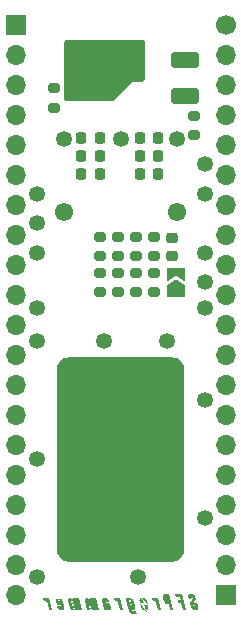
<source format=gbs>
G04 #@! TF.GenerationSoftware,KiCad,Pcbnew,7.0.7*
G04 #@! TF.CreationDate,2023-09-02T23:49:02-04:00*
G04 #@! TF.ProjectId,sfp-snoop2,7366702d-736e-46f6-9f70-322e6b696361,rev?*
G04 #@! TF.SameCoordinates,Original*
G04 #@! TF.FileFunction,Soldermask,Bot*
G04 #@! TF.FilePolarity,Negative*
%FSLAX46Y46*%
G04 Gerber Fmt 4.6, Leading zero omitted, Abs format (unit mm)*
G04 Created by KiCad (PCBNEW 7.0.7) date 2023-09-02 23:49:02*
%MOMM*%
%LPD*%
G01*
G04 APERTURE LIST*
G04 Aperture macros list*
%AMRoundRect*
0 Rectangle with rounded corners*
0 $1 Rounding radius*
0 $2 $3 $4 $5 $6 $7 $8 $9 X,Y pos of 4 corners*
0 Add a 4 corners polygon primitive as box body*
4,1,4,$2,$3,$4,$5,$6,$7,$8,$9,$2,$3,0*
0 Add four circle primitives for the rounded corners*
1,1,$1+$1,$2,$3*
1,1,$1+$1,$4,$5*
1,1,$1+$1,$6,$7*
1,1,$1+$1,$8,$9*
0 Add four rect primitives between the rounded corners*
20,1,$1+$1,$2,$3,$4,$5,0*
20,1,$1+$1,$4,$5,$6,$7,0*
20,1,$1+$1,$6,$7,$8,$9,0*
20,1,$1+$1,$8,$9,$2,$3,0*%
%AMFreePoly0*
4,1,6,1.000000,0.000000,0.500000,-0.750000,-0.500000,-0.750000,-0.500000,0.750000,0.500000,0.750000,1.000000,0.000000,1.000000,0.000000,$1*%
%AMFreePoly1*
4,1,6,0.500000,-0.750000,-0.650000,-0.750000,-0.150000,0.000000,-0.650000,0.750000,0.500000,0.750000,0.500000,-0.750000,0.500000,-0.750000,$1*%
G04 Aperture macros list end*
%ADD10C,0.200000*%
%ADD11C,1.700000*%
%ADD12O,1.700000X1.700000*%
%ADD13R,1.700000X1.700000*%
%ADD14C,1.550000*%
%ADD15C,1.350000*%
%ADD16RoundRect,0.225000X0.225000X0.250000X-0.225000X0.250000X-0.225000X-0.250000X0.225000X-0.250000X0*%
%ADD17RoundRect,0.200000X0.275000X-0.200000X0.275000X0.200000X-0.275000X0.200000X-0.275000X-0.200000X0*%
%ADD18RoundRect,0.200000X-0.275000X0.200000X-0.275000X-0.200000X0.275000X-0.200000X0.275000X0.200000X0*%
%ADD19RoundRect,0.225000X0.250000X-0.225000X0.250000X0.225000X-0.250000X0.225000X-0.250000X-0.225000X0*%
%ADD20RoundRect,0.225000X-0.225000X-0.250000X0.225000X-0.250000X0.225000X0.250000X-0.225000X0.250000X0*%
%ADD21RoundRect,0.250000X-0.925000X0.412500X-0.925000X-0.412500X0.925000X-0.412500X0.925000X0.412500X0*%
%ADD22FreePoly0,90.000000*%
%ADD23FreePoly1,90.000000*%
G04 APERTURE END LIST*
D10*
G36*
X144186609Y-112125162D02*
G01*
X144440653Y-112125162D01*
X144409014Y-112000156D01*
X144394435Y-111921989D01*
X144401259Y-111914544D01*
X144414094Y-111911626D01*
X144426522Y-111910637D01*
X144429176Y-111910512D01*
X144441656Y-111910936D01*
X144454620Y-111912755D01*
X144461435Y-111914854D01*
X144472238Y-111921652D01*
X144478496Y-111928193D01*
X144483627Y-111939679D01*
X144487724Y-111952387D01*
X144491721Y-111966309D01*
X144495300Y-111979628D01*
X144499219Y-111994885D01*
X144502380Y-112007601D01*
X144503933Y-112021449D01*
X144505219Y-112034147D01*
X144506518Y-112049288D01*
X144507342Y-112062384D01*
X144507704Y-112075878D01*
X144506964Y-112089400D01*
X144505172Y-112096004D01*
X144498793Y-112107141D01*
X144491868Y-112117869D01*
X144490903Y-112119269D01*
X144483001Y-112131414D01*
X144475306Y-112143267D01*
X144467818Y-112154828D01*
X144460539Y-112166097D01*
X144453467Y-112177074D01*
X144446603Y-112187760D01*
X144433499Y-112208254D01*
X144421226Y-112227580D01*
X144409784Y-112245738D01*
X144399174Y-112262728D01*
X144389394Y-112278550D01*
X144380446Y-112293204D01*
X144372329Y-112306690D01*
X144365043Y-112319008D01*
X144358589Y-112330158D01*
X144350465Y-112344693D01*
X144344212Y-112356599D01*
X144341082Y-112363077D01*
X144335921Y-112375198D01*
X144331447Y-112387989D01*
X144327662Y-112401448D01*
X144324565Y-112415576D01*
X144322156Y-112430373D01*
X144320435Y-112445839D01*
X144319403Y-112461973D01*
X144319081Y-112474513D01*
X144319059Y-112478777D01*
X144319293Y-112492001D01*
X144319997Y-112505967D01*
X144321169Y-112520674D01*
X144322810Y-112536123D01*
X144324920Y-112552313D01*
X144327500Y-112569245D01*
X144330547Y-112586919D01*
X144332840Y-112599113D01*
X144335341Y-112611637D01*
X144338050Y-112624490D01*
X144340968Y-112637673D01*
X144344094Y-112651186D01*
X144345735Y-112658066D01*
X144351768Y-112681483D01*
X144357770Y-112703887D01*
X144363739Y-112725277D01*
X144369678Y-112745655D01*
X144375585Y-112765020D01*
X144381460Y-112783372D01*
X144387304Y-112800711D01*
X144393116Y-112817037D01*
X144398897Y-112832351D01*
X144404647Y-112846651D01*
X144410365Y-112859938D01*
X144416051Y-112872212D01*
X144421706Y-112883473D01*
X144430129Y-112898466D01*
X144438482Y-112911180D01*
X144447112Y-112922692D01*
X144456021Y-112933615D01*
X144465207Y-112943949D01*
X144474672Y-112953695D01*
X144484415Y-112962851D01*
X144494435Y-112971419D01*
X144504734Y-112979398D01*
X144515311Y-112986788D01*
X144526166Y-112993589D01*
X144537300Y-112999801D01*
X144544876Y-113003616D01*
X144557330Y-113010600D01*
X144570961Y-113016898D01*
X144585770Y-113022509D01*
X144601757Y-113027432D01*
X144618922Y-113031669D01*
X144637264Y-113035219D01*
X144650146Y-113037203D01*
X144663552Y-113038883D01*
X144677482Y-113040257D01*
X144691935Y-113041325D01*
X144706911Y-113042089D01*
X144722411Y-113042547D01*
X144738434Y-113042700D01*
X144754182Y-113042553D01*
X144769244Y-113042113D01*
X144783621Y-113041380D01*
X144797311Y-113040354D01*
X144810316Y-113039034D01*
X144822635Y-113037421D01*
X144839828Y-113034453D01*
X144855478Y-113030824D01*
X144869584Y-113026535D01*
X144882148Y-113021587D01*
X144896499Y-113013963D01*
X144908107Y-113005167D01*
X144919821Y-112996937D01*
X144930460Y-112987602D01*
X144940022Y-112977163D01*
X144948509Y-112965618D01*
X144955919Y-112952968D01*
X144962254Y-112939213D01*
X144967513Y-112924353D01*
X144971695Y-112908388D01*
X144973567Y-112895416D01*
X144974414Y-112880231D01*
X144974236Y-112862832D01*
X144973548Y-112850003D01*
X144972404Y-112836190D01*
X144970805Y-112821393D01*
X144968750Y-112805612D01*
X144966239Y-112788847D01*
X144963273Y-112771099D01*
X144959851Y-112752366D01*
X144955974Y-112732650D01*
X144951641Y-112711950D01*
X144946852Y-112690265D01*
X144941608Y-112667597D01*
X144938815Y-112655895D01*
X144896940Y-112486842D01*
X144644757Y-112486842D01*
X144711758Y-112754845D01*
X144711758Y-112767365D01*
X144711758Y-112772525D01*
X144703072Y-112781211D01*
X144691033Y-112784722D01*
X144677773Y-112785536D01*
X144675155Y-112785553D01*
X144662590Y-112785220D01*
X144649681Y-112783634D01*
X144644757Y-112782141D01*
X144634305Y-112774571D01*
X144628937Y-112769113D01*
X144622758Y-112758087D01*
X144620562Y-112752053D01*
X144583650Y-112598820D01*
X144580674Y-112585870D01*
X144577910Y-112573542D01*
X144574556Y-112558071D01*
X144571580Y-112543706D01*
X144568982Y-112530445D01*
X144566267Y-112515423D01*
X144564142Y-112502128D01*
X144562867Y-112492735D01*
X144563473Y-112479395D01*
X144565799Y-112467065D01*
X144569071Y-112459855D01*
X144575925Y-112449268D01*
X144582409Y-112438763D01*
X144592253Y-112423437D01*
X144601815Y-112408481D01*
X144611097Y-112393892D01*
X144620097Y-112379672D01*
X144628816Y-112365820D01*
X144637254Y-112352336D01*
X144645411Y-112339221D01*
X144653287Y-112326474D01*
X144660882Y-112314096D01*
X144668195Y-112302086D01*
X144675228Y-112290444D01*
X144681979Y-112279171D01*
X144688450Y-112268266D01*
X144700547Y-112247561D01*
X144711520Y-112228329D01*
X144721369Y-112210571D01*
X144730093Y-112194286D01*
X144737692Y-112179474D01*
X144744167Y-112166136D01*
X144749518Y-112154271D01*
X144755436Y-112139237D01*
X144757976Y-112131056D01*
X144761344Y-112117514D01*
X144763695Y-112103255D01*
X144765028Y-112088279D01*
X144765343Y-112072585D01*
X144764640Y-112056174D01*
X144763445Y-112043395D01*
X144761677Y-112030213D01*
X144759337Y-112016627D01*
X144756425Y-112002638D01*
X144732850Y-111912373D01*
X144728561Y-111898618D01*
X144723448Y-111884960D01*
X144717511Y-111871399D01*
X144710749Y-111857935D01*
X144703164Y-111844568D01*
X144694755Y-111831297D01*
X144685522Y-111818124D01*
X144675465Y-111805048D01*
X144666885Y-111795146D01*
X144658010Y-111785680D01*
X144648841Y-111776651D01*
X144639377Y-111768058D01*
X144629619Y-111759901D01*
X144619566Y-111752180D01*
X144609219Y-111744895D01*
X144598578Y-111738047D01*
X144587642Y-111731635D01*
X144576411Y-111725659D01*
X144568761Y-111721917D01*
X144556363Y-111716706D01*
X144542781Y-111712008D01*
X144528017Y-111707822D01*
X144512069Y-111704149D01*
X144494938Y-111700989D01*
X144476624Y-111698340D01*
X144463757Y-111696860D01*
X144450364Y-111695607D01*
X144436446Y-111694582D01*
X144422002Y-111693785D01*
X144407031Y-111693215D01*
X144391535Y-111692873D01*
X144375513Y-111692760D01*
X144360012Y-111692867D01*
X144345149Y-111693191D01*
X144330922Y-111693730D01*
X144317334Y-111694485D01*
X144304382Y-111695455D01*
X144286150Y-111697316D01*
X144269351Y-111699661D01*
X144253987Y-111702492D01*
X144240057Y-111705808D01*
X144227560Y-111709609D01*
X144213129Y-111715433D01*
X144203979Y-111720366D01*
X144192352Y-111728368D01*
X144181665Y-111737175D01*
X144171918Y-111746786D01*
X144163112Y-111757201D01*
X144155246Y-111768421D01*
X144148320Y-111780446D01*
X144142334Y-111793275D01*
X144137289Y-111806909D01*
X144133881Y-111821241D01*
X144131880Y-111837559D01*
X144131301Y-111851103D01*
X144131513Y-111865763D01*
X144132515Y-111881542D01*
X144134308Y-111898439D01*
X144136891Y-111916453D01*
X144139053Y-111929083D01*
X144141566Y-111942211D01*
X144144430Y-111955835D01*
X144147646Y-111969956D01*
X144149386Y-111977202D01*
X144186609Y-112125162D01*
G37*
G36*
X143026814Y-111692760D02*
G01*
X143080477Y-111911132D01*
X143426027Y-111911132D01*
X143506986Y-112228765D01*
X143239603Y-112228765D01*
X143297609Y-112466990D01*
X143564991Y-112466990D01*
X143709849Y-113042700D01*
X143963893Y-113042700D01*
X143624547Y-111692760D01*
X143026814Y-111692760D01*
G37*
G36*
X142890641Y-113042700D02*
G01*
X142636597Y-113042700D01*
X142507869Y-112526856D01*
X142506357Y-112528892D01*
X142496082Y-112536162D01*
X142483989Y-112543214D01*
X142471596Y-112549325D01*
X142458903Y-112554497D01*
X142445909Y-112558728D01*
X142432614Y-112562019D01*
X142419019Y-112564370D01*
X142405124Y-112565780D01*
X142390928Y-112566250D01*
X142377289Y-112565824D01*
X142363515Y-112564544D01*
X142349605Y-112562412D01*
X142335559Y-112559426D01*
X142321378Y-112555587D01*
X142307061Y-112550896D01*
X142292608Y-112545351D01*
X142278019Y-112538954D01*
X142270481Y-112535093D01*
X142259406Y-112528930D01*
X142248609Y-112522320D01*
X142238091Y-112515262D01*
X142227850Y-112507758D01*
X142217887Y-112499806D01*
X142208203Y-112491407D01*
X142198796Y-112482562D01*
X142189668Y-112473269D01*
X142180817Y-112463529D01*
X142172245Y-112453342D01*
X142166964Y-112446582D01*
X142159453Y-112436392D01*
X142152432Y-112426142D01*
X142143834Y-112412382D01*
X142136108Y-112398516D01*
X142129255Y-112384543D01*
X142123274Y-112370463D01*
X142118166Y-112356277D01*
X142113930Y-112341984D01*
X142015733Y-111941531D01*
X142267473Y-111941531D01*
X142351224Y-112274983D01*
X142353266Y-112280248D01*
X142360219Y-112291113D01*
X142366776Y-112297855D01*
X142377280Y-112304761D01*
X142382868Y-112306411D01*
X142395273Y-112307840D01*
X142408298Y-112308173D01*
X142413722Y-112308110D01*
X142426187Y-112307287D01*
X142438387Y-112304141D01*
X142446141Y-112294525D01*
X142446141Y-112290337D01*
X142446141Y-112277775D01*
X142352464Y-111911132D01*
X142303765Y-111911132D01*
X142300962Y-111911221D01*
X142287930Y-111912097D01*
X142274917Y-111915165D01*
X142267473Y-111924160D01*
X142267473Y-111928619D01*
X142267473Y-111941531D01*
X142015733Y-111941531D01*
X142010637Y-111920748D01*
X142007908Y-111906504D01*
X142006081Y-111892308D01*
X142005155Y-111878160D01*
X142005131Y-111864061D01*
X142006008Y-111850011D01*
X142007787Y-111836008D01*
X142010467Y-111822055D01*
X142014049Y-111808150D01*
X142018949Y-111794230D01*
X142024809Y-111781163D01*
X142031628Y-111768950D01*
X142039407Y-111757589D01*
X142048145Y-111747081D01*
X142057844Y-111737427D01*
X142068501Y-111728625D01*
X142080119Y-111720676D01*
X142091707Y-111714133D01*
X142103519Y-111708463D01*
X142115553Y-111703665D01*
X142127810Y-111699739D01*
X142140291Y-111696685D01*
X142152994Y-111694504D01*
X142165920Y-111693196D01*
X142179069Y-111692760D01*
X142553156Y-111692760D01*
X142890641Y-113042700D01*
G37*
G36*
X141116984Y-112289252D02*
G01*
X141130749Y-112286750D01*
X141144513Y-112284672D01*
X141158278Y-112283018D01*
X141172042Y-112281788D01*
X141185807Y-112280982D01*
X141199572Y-112280600D01*
X141205077Y-112280567D01*
X141218791Y-112281180D01*
X141232595Y-112283020D01*
X141246489Y-112286087D01*
X141260475Y-112290381D01*
X141274552Y-112295902D01*
X141285879Y-112301202D01*
X141294412Y-112305692D01*
X141305331Y-112311934D01*
X141317849Y-112319628D01*
X141329110Y-112327201D01*
X141339114Y-112334653D01*
X141349460Y-112343435D01*
X141359241Y-112353461D01*
X141367195Y-112363069D01*
X141375158Y-112373649D01*
X141382680Y-112385042D01*
X141388089Y-112394716D01*
X141393249Y-112406461D01*
X141397713Y-112419043D01*
X141401524Y-112431706D01*
X141404719Y-112443789D01*
X141405769Y-112448068D01*
X141553419Y-113042700D01*
X141807463Y-113042700D01*
X141561174Y-112050097D01*
X141324500Y-112050097D01*
X141366686Y-112179755D01*
X141361031Y-112166903D01*
X141354886Y-112154634D01*
X141348251Y-112142948D01*
X141341124Y-112131846D01*
X141333507Y-112121327D01*
X141325399Y-112111391D01*
X141316800Y-112102039D01*
X141307711Y-112093271D01*
X141298131Y-112085086D01*
X141288060Y-112077484D01*
X141281074Y-112072740D01*
X141270398Y-112066076D01*
X141256061Y-112057986D01*
X141241608Y-112050808D01*
X141227039Y-112044542D01*
X141212354Y-112039186D01*
X141197552Y-112034742D01*
X141182634Y-112031208D01*
X141167599Y-112028586D01*
X141163822Y-112028073D01*
X141148841Y-112026256D01*
X141134141Y-112024681D01*
X141119722Y-112023348D01*
X141105585Y-112022257D01*
X141091728Y-112021409D01*
X141078152Y-112020803D01*
X141064858Y-112020440D01*
X141051844Y-112020318D01*
X141116984Y-112289252D01*
G37*
G36*
X140103598Y-112051027D02*
G01*
X140092047Y-112056873D01*
X140085607Y-112060643D01*
X140074063Y-112068727D01*
X140063468Y-112077626D01*
X140053823Y-112087339D01*
X140045128Y-112097866D01*
X140037383Y-112109207D01*
X140030588Y-112121362D01*
X140024743Y-112134332D01*
X140019848Y-112148116D01*
X140015990Y-112161730D01*
X140013101Y-112175432D01*
X140011182Y-112189221D01*
X140010232Y-112203097D01*
X140010251Y-112217060D01*
X140011240Y-112231111D01*
X140013198Y-112245249D01*
X140016125Y-112259474D01*
X140066686Y-112462647D01*
X140374393Y-112462647D01*
X140067617Y-111864604D01*
X140103598Y-112051027D01*
G37*
G36*
X140614479Y-112252029D02*
G01*
X140610882Y-112240083D01*
X140606838Y-112228322D01*
X140602347Y-112216746D01*
X140597409Y-112205356D01*
X140592023Y-112194151D01*
X140586191Y-112183131D01*
X140579912Y-112172297D01*
X140573185Y-112161648D01*
X140566011Y-112151185D01*
X140558390Y-112140907D01*
X140553061Y-112134158D01*
X140544764Y-112124294D01*
X140536155Y-112114943D01*
X140527236Y-112106104D01*
X140518005Y-112097778D01*
X140505215Y-112087474D01*
X140491872Y-112078081D01*
X140477976Y-112069600D01*
X140463528Y-112062029D01*
X140448528Y-112055370D01*
X140433266Y-112049481D01*
X140418188Y-112044377D01*
X140403294Y-112040059D01*
X140388584Y-112036526D01*
X140374058Y-112033778D01*
X140359717Y-112031815D01*
X140345560Y-112030637D01*
X140331587Y-112030245D01*
X140192312Y-112030245D01*
X140704433Y-112609056D01*
X140614479Y-112252029D01*
G37*
G36*
X140547478Y-113042700D02*
G01*
X140563860Y-113042419D01*
X140579506Y-113041576D01*
X140594416Y-113040172D01*
X140608590Y-113038207D01*
X140622028Y-113035679D01*
X140634729Y-113032591D01*
X140646695Y-113028940D01*
X140661504Y-113023199D01*
X140675005Y-113016460D01*
X140684271Y-113010750D01*
X140696020Y-113002574D01*
X140706760Y-112993554D01*
X140716492Y-112983691D01*
X140725216Y-112972985D01*
X140732932Y-112961435D01*
X140739640Y-112949042D01*
X140745339Y-112935806D01*
X140750031Y-112921726D01*
X140753395Y-112907787D01*
X140755886Y-112893732D01*
X140757505Y-112879560D01*
X140758251Y-112865272D01*
X140758125Y-112850867D01*
X140757127Y-112836347D01*
X140755256Y-112821710D01*
X140752513Y-112806956D01*
X140698540Y-112586102D01*
X140387731Y-112586102D01*
X140547478Y-113042700D01*
G37*
G36*
X140058621Y-112433179D02*
G01*
X140154159Y-112818433D01*
X140158521Y-112834380D01*
X140163232Y-112849651D01*
X140168292Y-112864245D01*
X140173701Y-112878164D01*
X140179459Y-112891406D01*
X140185566Y-112903973D01*
X140192022Y-112915863D01*
X140198826Y-112927077D01*
X140205980Y-112937615D01*
X140216061Y-112950614D01*
X140218678Y-112953675D01*
X140229297Y-112965264D01*
X140240217Y-112975990D01*
X140251437Y-112985853D01*
X140262958Y-112994853D01*
X140274779Y-113002991D01*
X140286900Y-113010265D01*
X140299322Y-113016678D01*
X140312045Y-113022227D01*
X140324695Y-113027025D01*
X140336899Y-113031184D01*
X140351527Y-113035482D01*
X140365458Y-113038781D01*
X140378693Y-113041080D01*
X140391230Y-113042380D01*
X140400759Y-113042700D01*
X140628437Y-113238118D01*
X140058621Y-112433179D01*
G37*
G36*
X139190548Y-112050202D02*
G01*
X139206257Y-112050518D01*
X139221402Y-112051045D01*
X139235982Y-112051783D01*
X139249997Y-112052732D01*
X139263448Y-112053892D01*
X139276334Y-112055262D01*
X139294605Y-112057713D01*
X139311605Y-112060638D01*
X139327335Y-112064038D01*
X139341794Y-112067912D01*
X139354983Y-112072260D01*
X139366901Y-112077083D01*
X139374358Y-112080573D01*
X139388878Y-112088250D01*
X139402876Y-112096857D01*
X139416349Y-112106396D01*
X139426111Y-112114160D01*
X139435579Y-112122448D01*
X139444752Y-112131259D01*
X139453630Y-112140594D01*
X139462214Y-112150452D01*
X139470504Y-112160834D01*
X139473257Y-112164620D01*
X139481991Y-112179077D01*
X139488206Y-112191295D01*
X139494737Y-112205579D01*
X139501583Y-112221926D01*
X139508744Y-112240339D01*
X139516220Y-112260816D01*
X139524011Y-112283358D01*
X139528025Y-112295404D01*
X139532117Y-112307965D01*
X139536289Y-112321043D01*
X139540539Y-112334636D01*
X139544867Y-112348746D01*
X139549275Y-112363372D01*
X139553761Y-112378515D01*
X139558326Y-112394173D01*
X139562970Y-112410348D01*
X139567692Y-112427039D01*
X139572493Y-112444245D01*
X139577373Y-112461969D01*
X139582332Y-112480208D01*
X139587370Y-112498963D01*
X139592486Y-112518235D01*
X139597681Y-112538023D01*
X139602807Y-112557817D01*
X139607755Y-112577109D01*
X139612525Y-112595898D01*
X139617116Y-112614184D01*
X139621530Y-112631967D01*
X139625765Y-112649247D01*
X139629823Y-112666025D01*
X139633702Y-112682299D01*
X139637403Y-112698071D01*
X139640926Y-112713340D01*
X139644271Y-112728106D01*
X139647437Y-112742369D01*
X139650426Y-112756130D01*
X139653236Y-112769387D01*
X139655869Y-112782142D01*
X139658323Y-112794394D01*
X139662697Y-112817389D01*
X139666359Y-112838373D01*
X139669308Y-112857345D01*
X139671545Y-112874306D01*
X139673069Y-112889256D01*
X139674020Y-112907909D01*
X139673367Y-112922036D01*
X139670672Y-112937245D01*
X139666620Y-112951388D01*
X139661212Y-112964464D01*
X139654446Y-112976474D01*
X139646323Y-112987418D01*
X139636842Y-112997296D01*
X139626005Y-113006107D01*
X139613811Y-113013852D01*
X139600861Y-113020613D01*
X139587755Y-113026473D01*
X139574495Y-113031431D01*
X139561079Y-113035488D01*
X139547508Y-113038643D01*
X139533782Y-113040897D01*
X139519901Y-113042249D01*
X139505865Y-113042700D01*
X139491834Y-113042186D01*
X139477968Y-113040645D01*
X139464266Y-113038076D01*
X139450729Y-113034480D01*
X139437357Y-113029856D01*
X139424150Y-113024205D01*
X139411108Y-113017526D01*
X139398230Y-113009820D01*
X139386176Y-113002041D01*
X139375606Y-112995144D01*
X139364478Y-112987763D01*
X139354184Y-112980726D01*
X139343327Y-112972287D01*
X139372174Y-113092640D01*
X139373489Y-113096896D01*
X139377859Y-113108852D01*
X139384679Y-113122903D01*
X139392632Y-113134792D01*
X139401720Y-113144519D01*
X139411941Y-113152085D01*
X139423297Y-113157489D01*
X139435787Y-113160731D01*
X139449411Y-113161812D01*
X139722067Y-113161812D01*
X139772938Y-113360332D01*
X139414050Y-113360332D01*
X139406708Y-113360214D01*
X139391945Y-113359264D01*
X139377075Y-113357364D01*
X139362099Y-113354514D01*
X139347016Y-113350714D01*
X139331827Y-113345964D01*
X139316530Y-113340265D01*
X139304988Y-113335367D01*
X139293386Y-113329934D01*
X139285705Y-113326154D01*
X139274461Y-113320119D01*
X139263550Y-113313649D01*
X139252971Y-113306743D01*
X139242725Y-113299400D01*
X139232811Y-113291621D01*
X139223230Y-113283406D01*
X139213982Y-113274754D01*
X139205066Y-113265667D01*
X139196483Y-113256143D01*
X139188232Y-113246183D01*
X139185583Y-113242845D01*
X139177943Y-113232782D01*
X139168477Y-113219255D01*
X139159836Y-113205602D01*
X139152018Y-113191823D01*
X139145024Y-113177917D01*
X139138854Y-113163886D01*
X139133508Y-113149729D01*
X139128986Y-113135446D01*
X138885978Y-112169209D01*
X139142014Y-112169209D01*
X139292146Y-112762289D01*
X139292670Y-112764425D01*
X139295839Y-112776551D01*
X139299592Y-112789210D01*
X139303954Y-112801715D01*
X139309516Y-112814401D01*
X139316053Y-112825324D01*
X139324013Y-112836150D01*
X139332780Y-112845730D01*
X139335853Y-112848274D01*
X139347202Y-112853522D01*
X139359650Y-112855908D01*
X139373105Y-112856586D01*
X139379410Y-112856470D01*
X139391993Y-112855162D01*
X139403193Y-112849142D01*
X139405159Y-112845240D01*
X139408891Y-112833027D01*
X139410017Y-112819984D01*
X139410009Y-112818844D01*
X139409027Y-112805709D01*
X139407065Y-112792934D01*
X139404488Y-112780101D01*
X139401642Y-112767873D01*
X139276636Y-112269710D01*
X139273510Y-112257797D01*
X139269752Y-112244514D01*
X139265463Y-112230933D01*
X139260762Y-112218342D01*
X139254613Y-112206432D01*
X139247152Y-112197445D01*
X139237566Y-112188825D01*
X139227006Y-112181306D01*
X139215531Y-112175458D01*
X139203642Y-112171867D01*
X139190164Y-112169788D01*
X139177066Y-112169209D01*
X139142014Y-112169209D01*
X138885978Y-112169209D01*
X138856021Y-112050097D01*
X139174274Y-112050097D01*
X139190548Y-112050202D01*
G37*
G36*
X137944377Y-112289252D02*
G01*
X137958141Y-112286750D01*
X137971906Y-112284672D01*
X137985671Y-112283018D01*
X137999435Y-112281788D01*
X138013200Y-112280982D01*
X138026965Y-112280600D01*
X138032470Y-112280567D01*
X138046183Y-112281180D01*
X138059987Y-112283020D01*
X138073882Y-112286087D01*
X138087868Y-112290381D01*
X138101945Y-112295902D01*
X138113271Y-112301202D01*
X138121805Y-112305692D01*
X138132724Y-112311934D01*
X138145242Y-112319628D01*
X138156503Y-112327201D01*
X138166507Y-112334653D01*
X138176852Y-112343435D01*
X138186634Y-112353461D01*
X138194588Y-112363069D01*
X138202551Y-112373649D01*
X138210073Y-112385042D01*
X138215482Y-112394716D01*
X138220642Y-112406461D01*
X138225106Y-112419043D01*
X138228917Y-112431706D01*
X138232112Y-112443789D01*
X138233162Y-112448068D01*
X138380812Y-113042700D01*
X138634856Y-113042700D01*
X138388567Y-112050097D01*
X138151893Y-112050097D01*
X138194079Y-112179755D01*
X138188424Y-112166903D01*
X138182279Y-112154634D01*
X138175644Y-112142948D01*
X138168517Y-112131846D01*
X138160900Y-112121327D01*
X138152792Y-112111391D01*
X138144193Y-112102039D01*
X138135104Y-112093271D01*
X138125524Y-112085086D01*
X138115453Y-112077484D01*
X138108467Y-112072740D01*
X138097790Y-112066076D01*
X138083454Y-112057986D01*
X138069001Y-112050808D01*
X138054432Y-112044542D01*
X138039746Y-112039186D01*
X138024945Y-112034742D01*
X138010027Y-112031208D01*
X137994992Y-112028586D01*
X137991215Y-112028073D01*
X137976234Y-112026256D01*
X137961534Y-112024681D01*
X137947115Y-112023348D01*
X137932977Y-112022257D01*
X137919121Y-112021409D01*
X137905545Y-112020803D01*
X137892251Y-112020440D01*
X137879237Y-112020318D01*
X137944377Y-112289252D01*
G37*
G36*
X137175333Y-112050518D02*
G01*
X137188719Y-112051783D01*
X137202241Y-112053892D01*
X137215899Y-112056843D01*
X137229693Y-112060638D01*
X137243622Y-112065276D01*
X137257688Y-112070758D01*
X137271888Y-112077083D01*
X137279463Y-112080791D01*
X137290583Y-112086734D01*
X137301414Y-112093135D01*
X137311957Y-112099994D01*
X137322210Y-112107312D01*
X137332175Y-112115087D01*
X137341850Y-112123320D01*
X137351237Y-112132012D01*
X137360334Y-112141161D01*
X137369143Y-112150768D01*
X137377663Y-112160834D01*
X137380236Y-112164190D01*
X137387657Y-112174288D01*
X137396856Y-112187820D01*
X137405260Y-112201430D01*
X137412869Y-112215117D01*
X137419683Y-112228881D01*
X137425703Y-112242724D01*
X137430928Y-112256643D01*
X137435358Y-112270641D01*
X137458312Y-112365248D01*
X137223499Y-112365248D01*
X137201165Y-112277465D01*
X137197442Y-112264184D01*
X137193600Y-112252299D01*
X137189063Y-112240425D01*
X137183174Y-112228145D01*
X137176934Y-112217803D01*
X137169091Y-112207617D01*
X137160221Y-112198677D01*
X137159620Y-112198085D01*
X137148338Y-112192103D01*
X137135270Y-112189662D01*
X137122067Y-112189061D01*
X137115752Y-112189182D01*
X137103060Y-112190545D01*
X137091359Y-112196816D01*
X137090195Y-112198953D01*
X137086092Y-112210949D01*
X137084845Y-112224112D01*
X137085097Y-112230839D01*
X137086581Y-112244004D01*
X137088877Y-112257302D01*
X137138197Y-112447138D01*
X137201165Y-112447138D01*
X137217327Y-112447244D01*
X137232931Y-112447564D01*
X137247977Y-112448097D01*
X137262466Y-112448844D01*
X137276398Y-112449803D01*
X137289773Y-112450976D01*
X137302590Y-112452362D01*
X137320770Y-112454842D01*
X137337697Y-112457800D01*
X137353369Y-112461239D01*
X137367787Y-112465158D01*
X137380952Y-112469556D01*
X137392862Y-112474434D01*
X137400318Y-112477924D01*
X137414839Y-112485601D01*
X137428836Y-112494209D01*
X137442310Y-112503747D01*
X137452072Y-112511512D01*
X137461540Y-112519799D01*
X137470712Y-112528611D01*
X137479591Y-112537945D01*
X137488175Y-112547804D01*
X137496465Y-112558185D01*
X137504517Y-112569346D01*
X137512390Y-112581657D01*
X137520082Y-112595118D01*
X137527595Y-112609730D01*
X137534928Y-112625492D01*
X137542081Y-112642405D01*
X137546749Y-112654319D01*
X137551338Y-112666745D01*
X137555846Y-112679682D01*
X137560275Y-112693130D01*
X137564624Y-112707090D01*
X137568893Y-112721561D01*
X137573081Y-112736544D01*
X137577070Y-112751516D01*
X137580739Y-112766036D01*
X137584088Y-112780102D01*
X137587117Y-112793715D01*
X137589827Y-112806875D01*
X137592216Y-112819582D01*
X137594286Y-112831836D01*
X137596790Y-112849366D01*
X137598575Y-112865878D01*
X137599640Y-112881369D01*
X137599985Y-112895841D01*
X137599611Y-112909293D01*
X137598517Y-112921726D01*
X137595822Y-112937008D01*
X137591770Y-112951213D01*
X137586361Y-112964343D01*
X137579595Y-112976397D01*
X137571472Y-112987374D01*
X137561992Y-112997276D01*
X137551155Y-113006102D01*
X137538961Y-113013852D01*
X137526015Y-113020613D01*
X137512924Y-113026473D01*
X137499688Y-113031431D01*
X137486306Y-113035488D01*
X137472779Y-113038643D01*
X137459106Y-113040897D01*
X137445289Y-113042249D01*
X137431325Y-113042700D01*
X137417294Y-113042249D01*
X137403428Y-113040897D01*
X137389726Y-113038643D01*
X137376189Y-113035488D01*
X137362817Y-113031431D01*
X137349610Y-113026473D01*
X137336568Y-113020613D01*
X137323690Y-113013852D01*
X137314444Y-113008650D01*
X137300852Y-113000902D01*
X137289532Y-112994304D01*
X137277501Y-112987001D01*
X137267236Y-112979731D01*
X137281814Y-113042700D01*
X137031492Y-113042700D01*
X136912767Y-112566250D01*
X137169216Y-112566250D01*
X137216675Y-112767252D01*
X137217727Y-112771682D01*
X137220940Y-112784157D01*
X137224799Y-112797168D01*
X137229355Y-112810002D01*
X137234666Y-112821845D01*
X137235289Y-112823023D01*
X137241893Y-112834267D01*
X137249163Y-112844542D01*
X137257930Y-112854725D01*
X137259354Y-112856078D01*
X137270695Y-112862359D01*
X137283811Y-112865194D01*
X137296703Y-112865892D01*
X137301337Y-112865821D01*
X137315015Y-112864348D01*
X137326171Y-112857827D01*
X137328830Y-112851996D01*
X137332036Y-112839749D01*
X137332995Y-112826808D01*
X137332963Y-112824412D01*
X137332006Y-112811887D01*
X137330043Y-112798365D01*
X137327467Y-112784688D01*
X137324620Y-112771595D01*
X137301977Y-112671714D01*
X137298855Y-112659210D01*
X137295117Y-112645269D01*
X137290872Y-112631020D01*
X137286249Y-112617814D01*
X137280263Y-112605334D01*
X137272840Y-112595921D01*
X137263363Y-112586874D01*
X137252967Y-112578968D01*
X137243138Y-112573404D01*
X137230087Y-112569045D01*
X137216715Y-112566859D01*
X137203647Y-112566250D01*
X137169216Y-112566250D01*
X136912767Y-112566250D01*
X136841037Y-112278395D01*
X136838095Y-112264228D01*
X136836093Y-112250110D01*
X136835032Y-112236040D01*
X136834910Y-112222018D01*
X136835730Y-112208045D01*
X136837489Y-112194121D01*
X136840188Y-112180245D01*
X136843828Y-112166417D01*
X136848942Y-112152725D01*
X136854976Y-112139877D01*
X136861931Y-112127871D01*
X136869807Y-112116710D01*
X136878603Y-112106391D01*
X136888321Y-112096916D01*
X136898960Y-112088284D01*
X136910519Y-112080495D01*
X136922829Y-112073370D01*
X136935411Y-112067196D01*
X136948265Y-112061971D01*
X136961390Y-112057696D01*
X136974786Y-112054371D01*
X136988454Y-112051996D01*
X137002393Y-112050572D01*
X137016603Y-112050097D01*
X137162082Y-112050097D01*
X137175333Y-112050518D01*
G37*
G36*
X136206081Y-113042700D02*
G01*
X136025551Y-112312826D01*
X136022494Y-112300387D01*
X136019727Y-112287363D01*
X136017619Y-112274442D01*
X136016565Y-112261235D01*
X136016556Y-112260094D01*
X136017733Y-112246851D01*
X136021635Y-112234535D01*
X136023690Y-112230626D01*
X136034314Y-112223788D01*
X136044783Y-112222872D01*
X136057758Y-112224191D01*
X136069405Y-112228640D01*
X136076422Y-112234038D01*
X136085189Y-112243515D01*
X136093149Y-112254457D01*
X136099686Y-112265678D01*
X136104746Y-112277147D01*
X136109244Y-112289608D01*
X136113180Y-112302260D01*
X136116553Y-112314405D01*
X136117677Y-112318720D01*
X136297587Y-113042700D01*
X136551631Y-113042700D01*
X136305341Y-112050097D01*
X136051297Y-112050097D01*
X136084797Y-112144704D01*
X136079465Y-112131302D01*
X136073272Y-112119917D01*
X136065488Y-112108334D01*
X136056114Y-112096555D01*
X136047470Y-112086991D01*
X136037808Y-112077300D01*
X136029894Y-112069949D01*
X136018674Y-112060643D01*
X136007037Y-112052578D01*
X135994983Y-112045754D01*
X135982513Y-112040171D01*
X135969625Y-112035828D01*
X135956321Y-112032726D01*
X135942600Y-112030865D01*
X135928462Y-112030245D01*
X135914281Y-112030705D01*
X135900429Y-112032086D01*
X135886907Y-112034388D01*
X135873714Y-112037611D01*
X135860851Y-112041755D01*
X135848317Y-112046820D01*
X135836113Y-112052806D01*
X135824239Y-112059712D01*
X135812946Y-112067651D01*
X135802642Y-112076734D01*
X135793327Y-112086961D01*
X135785000Y-112098331D01*
X135777662Y-112110845D01*
X135771313Y-112124503D01*
X135765953Y-112139305D01*
X135761581Y-112155250D01*
X135763487Y-112167590D01*
X135763752Y-112167658D01*
X135746072Y-112136949D01*
X135737787Y-112125783D01*
X135729601Y-112115944D01*
X135720248Y-112105620D01*
X135709730Y-112094812D01*
X135700475Y-112085817D01*
X135690474Y-112076511D01*
X135682483Y-112069328D01*
X135671340Y-112060168D01*
X135659781Y-112052229D01*
X135647805Y-112045512D01*
X135635412Y-112040015D01*
X135622602Y-112035741D01*
X135609375Y-112032687D01*
X135595732Y-112030855D01*
X135581672Y-112030245D01*
X135567563Y-112030705D01*
X135553774Y-112032086D01*
X135540305Y-112034388D01*
X135527156Y-112037611D01*
X135514327Y-112041755D01*
X135501818Y-112046820D01*
X135489628Y-112052806D01*
X135477759Y-112059712D01*
X135466553Y-112067554D01*
X135456356Y-112076501D01*
X135447166Y-112086553D01*
X135438985Y-112097710D01*
X135431812Y-112109973D01*
X135425647Y-112123340D01*
X135420490Y-112137812D01*
X135416341Y-112153389D01*
X135413938Y-112165745D01*
X135412194Y-112178733D01*
X135411110Y-112192353D01*
X135410685Y-112206606D01*
X135410921Y-112221491D01*
X135411816Y-112237009D01*
X135413371Y-112253160D01*
X135415585Y-112269943D01*
X135418460Y-112287358D01*
X135421994Y-112305406D01*
X135424716Y-112317789D01*
X135604626Y-113042700D01*
X135859601Y-113042700D01*
X135678140Y-112312826D01*
X135675083Y-112300387D01*
X135672316Y-112287363D01*
X135670208Y-112274442D01*
X135669154Y-112261235D01*
X135669145Y-112260094D01*
X135670322Y-112246851D01*
X135674224Y-112234535D01*
X135676279Y-112230626D01*
X135687170Y-112223788D01*
X135697992Y-112222872D01*
X135710791Y-112224191D01*
X135723176Y-112229153D01*
X135729321Y-112234038D01*
X135738265Y-112243655D01*
X135746328Y-112254591D01*
X135752896Y-112265678D01*
X135757956Y-112277147D01*
X135762453Y-112289608D01*
X135766389Y-112302260D01*
X135769762Y-112314405D01*
X135770887Y-112318720D01*
X135951726Y-113042700D01*
X136206081Y-113042700D01*
G37*
G36*
X134781696Y-113042700D02*
G01*
X134601166Y-112312826D01*
X134598109Y-112300387D01*
X134595342Y-112287363D01*
X134593234Y-112274442D01*
X134592179Y-112261235D01*
X134592171Y-112260094D01*
X134593348Y-112246851D01*
X134597250Y-112234535D01*
X134599305Y-112230626D01*
X134609928Y-112223788D01*
X134620398Y-112222872D01*
X134633373Y-112224191D01*
X134645020Y-112228640D01*
X134652037Y-112234038D01*
X134660804Y-112243515D01*
X134668764Y-112254457D01*
X134675301Y-112265678D01*
X134680361Y-112277147D01*
X134684859Y-112289608D01*
X134688794Y-112302260D01*
X134692168Y-112314405D01*
X134693292Y-112318720D01*
X134873201Y-113042700D01*
X135127246Y-113042700D01*
X134880956Y-112050097D01*
X134626912Y-112050097D01*
X134660412Y-112144704D01*
X134655080Y-112131302D01*
X134648886Y-112119917D01*
X134641103Y-112108334D01*
X134631729Y-112096555D01*
X134623085Y-112086991D01*
X134613423Y-112077300D01*
X134605509Y-112069949D01*
X134594289Y-112060643D01*
X134582652Y-112052578D01*
X134570598Y-112045754D01*
X134558127Y-112040171D01*
X134545240Y-112035828D01*
X134531936Y-112032726D01*
X134518215Y-112030865D01*
X134504077Y-112030245D01*
X134489896Y-112030705D01*
X134476044Y-112032086D01*
X134462522Y-112034388D01*
X134449329Y-112037611D01*
X134436466Y-112041755D01*
X134423932Y-112046820D01*
X134411728Y-112052806D01*
X134399854Y-112059712D01*
X134388561Y-112067651D01*
X134378257Y-112076734D01*
X134368942Y-112086961D01*
X134360615Y-112098331D01*
X134353277Y-112110845D01*
X134346928Y-112124503D01*
X134341567Y-112139305D01*
X134337196Y-112155250D01*
X134339102Y-112167590D01*
X134339367Y-112167658D01*
X134321686Y-112136949D01*
X134313402Y-112125783D01*
X134305216Y-112115944D01*
X134295863Y-112105620D01*
X134285344Y-112094812D01*
X134276090Y-112085817D01*
X134266088Y-112076511D01*
X134258098Y-112069328D01*
X134246955Y-112060168D01*
X134235396Y-112052229D01*
X134223420Y-112045512D01*
X134211027Y-112040015D01*
X134198217Y-112035741D01*
X134184990Y-112032687D01*
X134171347Y-112030855D01*
X134157286Y-112030245D01*
X134143178Y-112030705D01*
X134129389Y-112032086D01*
X134115920Y-112034388D01*
X134102771Y-112037611D01*
X134089942Y-112041755D01*
X134077432Y-112046820D01*
X134065243Y-112052806D01*
X134053373Y-112059712D01*
X134042168Y-112067554D01*
X134031970Y-112076501D01*
X134022781Y-112086553D01*
X134014600Y-112097710D01*
X134007427Y-112109973D01*
X134001262Y-112123340D01*
X133996105Y-112137812D01*
X133991956Y-112153389D01*
X133989552Y-112165745D01*
X133987809Y-112178733D01*
X133986724Y-112192353D01*
X133986300Y-112206606D01*
X133986535Y-112221491D01*
X133987430Y-112237009D01*
X133988985Y-112253160D01*
X133991200Y-112269943D01*
X133994074Y-112287358D01*
X133997609Y-112305406D01*
X134000331Y-112317789D01*
X134180240Y-113042700D01*
X134435215Y-113042700D01*
X134253755Y-112312826D01*
X134250698Y-112300387D01*
X134247931Y-112287363D01*
X134245823Y-112274442D01*
X134244768Y-112261235D01*
X134244760Y-112260094D01*
X134245937Y-112246851D01*
X134249839Y-112234535D01*
X134251894Y-112230626D01*
X134262784Y-112223788D01*
X134273607Y-112222872D01*
X134286406Y-112224191D01*
X134298791Y-112229153D01*
X134304936Y-112234038D01*
X134313880Y-112243655D01*
X134321943Y-112254591D01*
X134328510Y-112265678D01*
X134333570Y-112277147D01*
X134338068Y-112289608D01*
X134342004Y-112302260D01*
X134345377Y-112314405D01*
X134346501Y-112318720D01*
X134527341Y-113042700D01*
X134781696Y-113042700D01*
G37*
G36*
X133243147Y-112070064D02*
G01*
X133257532Y-112070985D01*
X133272111Y-112072826D01*
X133286883Y-112075589D01*
X133301850Y-112079272D01*
X133317010Y-112083877D01*
X133332365Y-112089402D01*
X133344008Y-112094150D01*
X133355760Y-112099417D01*
X133363297Y-112103047D01*
X133374372Y-112108874D01*
X133385169Y-112115159D01*
X133395688Y-112121902D01*
X133405929Y-112129103D01*
X133415892Y-112136762D01*
X133425576Y-112144879D01*
X133434983Y-112153454D01*
X133444111Y-112162487D01*
X133452962Y-112171978D01*
X133461534Y-112181927D01*
X133464200Y-112185263D01*
X133471862Y-112195299D01*
X133481289Y-112208739D01*
X133489814Y-112222246D01*
X133497438Y-112235822D01*
X133504161Y-112249465D01*
X133509981Y-112263177D01*
X133514901Y-112276956D01*
X133518919Y-112290803D01*
X133651990Y-112816882D01*
X133654927Y-112830894D01*
X133656914Y-112844857D01*
X133657951Y-112858772D01*
X133658038Y-112872639D01*
X133657176Y-112886457D01*
X133655363Y-112900226D01*
X133652600Y-112913947D01*
X133648888Y-112927620D01*
X133643847Y-112941161D01*
X133637876Y-112953869D01*
X133630974Y-112965744D01*
X133623142Y-112976784D01*
X133614379Y-112986992D01*
X133604686Y-112996365D01*
X133594062Y-113004905D01*
X133582507Y-113012611D01*
X133570197Y-113019663D01*
X133557615Y-113025775D01*
X133544761Y-113030946D01*
X133531636Y-113035177D01*
X133518240Y-113038468D01*
X133504573Y-113040819D01*
X133490633Y-113042229D01*
X133476423Y-113042700D01*
X133329704Y-113042700D01*
X133316298Y-113042278D01*
X133302756Y-113041013D01*
X133289079Y-113038905D01*
X133275266Y-113035953D01*
X133261317Y-113032158D01*
X133247232Y-113027520D01*
X133233012Y-113022038D01*
X133218656Y-113015713D01*
X133211006Y-113012007D01*
X133199775Y-113006070D01*
X133188839Y-112999680D01*
X133178198Y-112992838D01*
X133167851Y-112985544D01*
X133157798Y-112977797D01*
X133148040Y-112969597D01*
X133138576Y-112960945D01*
X133129407Y-112951840D01*
X133120532Y-112942282D01*
X133111952Y-112932272D01*
X133109340Y-112928916D01*
X133101812Y-112918823D01*
X133092487Y-112905305D01*
X133083976Y-112891720D01*
X133076280Y-112878067D01*
X133069398Y-112864346D01*
X133063329Y-112850557D01*
X133058076Y-112836700D01*
X133053636Y-112822776D01*
X133013312Y-112658686D01*
X133250606Y-112658686D01*
X133286898Y-112807266D01*
X133287950Y-112811620D01*
X133291163Y-112823881D01*
X133295022Y-112836669D01*
X133299578Y-112849285D01*
X133304889Y-112860929D01*
X133305513Y-112862125D01*
X133312153Y-112873454D01*
X133319520Y-112883633D01*
X133328463Y-112893499D01*
X133330443Y-112895328D01*
X133341908Y-112900846D01*
X133354228Y-112903095D01*
X133367857Y-112903735D01*
X133375737Y-112903515D01*
X133388181Y-112901759D01*
X133399186Y-112894740D01*
X133401505Y-112890007D01*
X133405051Y-112877437D01*
X133406010Y-112864962D01*
X133405534Y-112854692D01*
X133404104Y-112842223D01*
X133401978Y-112828980D01*
X133342732Y-112586102D01*
X132995631Y-112586102D01*
X132920875Y-112292354D01*
X132918282Y-112278424D01*
X132916552Y-112264553D01*
X132915685Y-112250740D01*
X132915680Y-112236985D01*
X132915865Y-112234038D01*
X133147933Y-112234038D01*
X133147942Y-112235159D01*
X133149033Y-112248100D01*
X133151214Y-112260721D01*
X133154077Y-112273418D01*
X133157239Y-112285530D01*
X133199114Y-112453031D01*
X133308921Y-112453031D01*
X133263323Y-112274363D01*
X133259524Y-112264049D01*
X133254552Y-112251640D01*
X133249055Y-112239622D01*
X133242518Y-112228729D01*
X133234557Y-112218006D01*
X133225791Y-112208603D01*
X133222645Y-112206058D01*
X133211146Y-112200810D01*
X133198630Y-112198425D01*
X133185156Y-112197746D01*
X133178705Y-112197863D01*
X133165843Y-112199171D01*
X133154447Y-112205191D01*
X133152571Y-112208921D01*
X133149008Y-112220897D01*
X133147933Y-112234038D01*
X132915865Y-112234038D01*
X132916538Y-112223288D01*
X132918258Y-112209650D01*
X132920842Y-112196069D01*
X132924288Y-112182547D01*
X132929415Y-112168933D01*
X132935493Y-112156162D01*
X132942521Y-112144234D01*
X132950498Y-112133150D01*
X132959426Y-112122908D01*
X132969304Y-112113511D01*
X132980131Y-112104956D01*
X132991909Y-112097245D01*
X133003066Y-112090848D01*
X133014514Y-112085303D01*
X133026252Y-112080611D01*
X133038282Y-112076773D01*
X133050602Y-112073787D01*
X133063213Y-112071655D01*
X133076115Y-112070375D01*
X133089308Y-112069949D01*
X133236027Y-112069949D01*
X133243147Y-112070064D01*
G37*
G36*
X131937888Y-112289252D02*
G01*
X131951653Y-112286750D01*
X131965418Y-112284672D01*
X131979182Y-112283018D01*
X131992947Y-112281788D01*
X132006711Y-112280982D01*
X132020476Y-112280600D01*
X132025982Y-112280567D01*
X132039695Y-112281180D01*
X132053499Y-112283020D01*
X132067394Y-112286087D01*
X132081380Y-112290381D01*
X132095456Y-112295902D01*
X132106783Y-112301202D01*
X132115316Y-112305692D01*
X132126236Y-112311934D01*
X132138754Y-112319628D01*
X132150015Y-112327201D01*
X132160019Y-112334653D01*
X132170364Y-112343435D01*
X132180146Y-112353461D01*
X132188099Y-112363069D01*
X132196062Y-112373649D01*
X132203584Y-112385042D01*
X132208993Y-112394716D01*
X132214154Y-112406461D01*
X132218618Y-112419043D01*
X132222428Y-112431706D01*
X132225623Y-112443789D01*
X132226674Y-112448068D01*
X132374323Y-113042700D01*
X132628368Y-113042700D01*
X132382078Y-112050097D01*
X132145404Y-112050097D01*
X132187590Y-112179755D01*
X132181936Y-112166903D01*
X132175791Y-112154634D01*
X132169155Y-112142948D01*
X132162029Y-112131846D01*
X132154411Y-112121327D01*
X132146303Y-112111391D01*
X132137705Y-112102039D01*
X132128615Y-112093271D01*
X132119035Y-112085086D01*
X132108965Y-112077484D01*
X132101978Y-112072740D01*
X132091302Y-112066076D01*
X132076965Y-112057986D01*
X132062513Y-112050808D01*
X132047943Y-112044542D01*
X132033258Y-112039186D01*
X132018456Y-112034742D01*
X132003538Y-112031208D01*
X131988504Y-112028586D01*
X131984727Y-112028073D01*
X131969746Y-112026256D01*
X131955046Y-112024681D01*
X131940627Y-112023348D01*
X131926489Y-112022257D01*
X131912632Y-112021409D01*
X131899057Y-112020803D01*
X131885762Y-112020440D01*
X131872749Y-112020318D01*
X131937888Y-112289252D01*
G37*
D11*
X147320000Y-63500000D03*
D12*
X147320000Y-66040000D03*
X147320000Y-68580000D03*
X147320000Y-71120000D03*
X147320000Y-73660000D03*
X147320000Y-76200000D03*
X147320000Y-78740000D03*
X147320000Y-81280000D03*
X147320000Y-83820000D03*
X147320000Y-86360000D03*
X147320000Y-88900000D03*
X147320000Y-91440000D03*
X147320000Y-93980000D03*
X147320000Y-96520000D03*
X147320000Y-99060000D03*
X147320000Y-101600000D03*
X147320000Y-104140000D03*
X147320000Y-106680000D03*
X147320000Y-109220000D03*
D13*
X147320000Y-111760000D03*
D14*
X133625000Y-79375000D03*
X143225000Y-79375000D03*
D15*
X131300000Y-110275000D03*
X139875000Y-110275000D03*
X145550000Y-105275000D03*
X131300000Y-100275000D03*
X145550000Y-95275000D03*
X131300000Y-90275000D03*
X136975000Y-90275000D03*
X142375000Y-90275000D03*
X131300000Y-87475000D03*
X145550000Y-87475000D03*
X145550000Y-85275000D03*
X131300000Y-82775000D03*
X145550000Y-82775000D03*
X131300000Y-80275000D03*
X131300000Y-77775000D03*
X145550000Y-77775000D03*
X145550000Y-75275000D03*
X133625000Y-73175000D03*
X138425000Y-73175000D03*
X143225000Y-73175000D03*
D13*
X129540000Y-63500000D03*
D12*
X129540000Y-66040000D03*
X129540000Y-68580000D03*
X129540000Y-71120000D03*
X129540000Y-73660000D03*
X129540000Y-76200000D03*
X129540000Y-78740000D03*
X129540000Y-81280000D03*
X129540000Y-83820000D03*
X129540000Y-86360000D03*
X129540000Y-88900000D03*
X129540000Y-91440000D03*
X129540000Y-93980000D03*
X129540000Y-96520000D03*
X129540000Y-99060000D03*
X129540000Y-101600000D03*
X129540000Y-104140000D03*
X129540000Y-106680000D03*
X129540000Y-109220000D03*
X129540000Y-111760000D03*
D16*
X136650000Y-73050400D03*
X135100000Y-73050400D03*
D17*
X138201400Y-86118200D03*
X138201400Y-84468200D03*
D16*
X136650000Y-76149200D03*
X135100000Y-76149200D03*
X136650000Y-74599800D03*
X135100000Y-74599800D03*
D17*
X132791200Y-70510400D03*
X132791200Y-68860400D03*
D18*
X138201400Y-81457800D03*
X138201400Y-83107800D03*
D19*
X142773400Y-83057800D03*
X142773400Y-81507800D03*
D17*
X136677400Y-86118200D03*
X136677400Y-84468200D03*
D20*
X140017200Y-73050400D03*
X141567200Y-73050400D03*
D21*
X143840200Y-66458300D03*
X143840200Y-69533300D03*
D20*
X140017200Y-74599800D03*
X141567200Y-74599800D03*
D18*
X141249400Y-81457800D03*
X141249400Y-83107800D03*
D17*
X139725400Y-86118200D03*
X139725400Y-84468200D03*
D22*
X143103600Y-86029800D03*
D23*
X143103600Y-84579800D03*
D20*
X140017200Y-76149200D03*
X141567200Y-76149200D03*
D17*
X141249400Y-86118200D03*
X141249400Y-84468200D03*
D18*
X139725400Y-81457800D03*
X139725400Y-83107800D03*
X136677400Y-81457800D03*
X136677400Y-83107800D03*
D17*
X144627600Y-72846200D03*
X144627600Y-71196200D03*
G36*
X140438239Y-64825898D02*
G01*
X140483994Y-64878702D01*
X140495200Y-64930213D01*
X140495200Y-67968274D01*
X140475515Y-68035313D01*
X140459874Y-68054951D01*
X140193105Y-68327867D01*
X140132167Y-68362048D01*
X140104421Y-68365190D01*
X139379080Y-68365131D01*
X139379079Y-68365132D01*
X137851802Y-69892410D01*
X137790479Y-69925895D01*
X137764045Y-69928729D01*
X133778724Y-69926276D01*
X133711696Y-69906550D01*
X133665974Y-69853718D01*
X133654800Y-69802276D01*
X133654800Y-64930213D01*
X133674485Y-64863174D01*
X133727289Y-64817419D01*
X133778800Y-64806213D01*
X140371200Y-64806213D01*
X140438239Y-64825898D01*
G37*
G36*
X142801831Y-91643499D02*
G01*
X142984855Y-91661524D01*
X143008697Y-91666266D01*
X143175921Y-91716993D01*
X143198380Y-91726296D01*
X143352487Y-91808669D01*
X143372698Y-91822174D01*
X143507779Y-91933032D01*
X143524967Y-91950220D01*
X143635825Y-92085301D01*
X143649330Y-92105512D01*
X143731703Y-92259619D01*
X143741006Y-92282078D01*
X143791733Y-92449302D01*
X143796475Y-92473143D01*
X143814501Y-92656167D01*
X143814800Y-92662248D01*
X143814800Y-107921551D01*
X143814501Y-107927632D01*
X143796475Y-108110656D01*
X143791733Y-108134497D01*
X143741006Y-108301721D01*
X143731703Y-108324180D01*
X143649330Y-108478287D01*
X143635825Y-108498498D01*
X143524967Y-108633579D01*
X143507779Y-108650767D01*
X143372698Y-108761625D01*
X143352487Y-108775130D01*
X143198380Y-108857503D01*
X143175921Y-108866806D01*
X143008697Y-108917533D01*
X142984856Y-108922275D01*
X142801832Y-108940301D01*
X142795751Y-108940600D01*
X134013449Y-108940600D01*
X134007368Y-108940301D01*
X133824343Y-108922275D01*
X133800502Y-108917533D01*
X133633278Y-108866806D01*
X133610819Y-108857503D01*
X133456712Y-108775130D01*
X133436501Y-108761625D01*
X133301420Y-108650767D01*
X133284232Y-108633579D01*
X133173374Y-108498498D01*
X133159869Y-108478287D01*
X133077496Y-108324180D01*
X133068193Y-108301721D01*
X133017466Y-108134497D01*
X133012724Y-108110655D01*
X132994699Y-107927631D01*
X132994400Y-107921551D01*
X132994400Y-92662248D01*
X132994699Y-92656168D01*
X133012724Y-92473144D01*
X133017466Y-92449302D01*
X133068193Y-92282078D01*
X133077496Y-92259619D01*
X133159869Y-92105512D01*
X133173374Y-92085301D01*
X133284232Y-91950220D01*
X133301420Y-91933032D01*
X133436501Y-91822174D01*
X133456712Y-91808669D01*
X133610819Y-91726296D01*
X133633278Y-91716993D01*
X133800502Y-91666266D01*
X133824344Y-91661524D01*
X134007369Y-91643499D01*
X134013449Y-91643200D01*
X142795751Y-91643200D01*
X142801831Y-91643499D01*
G37*
M02*

</source>
